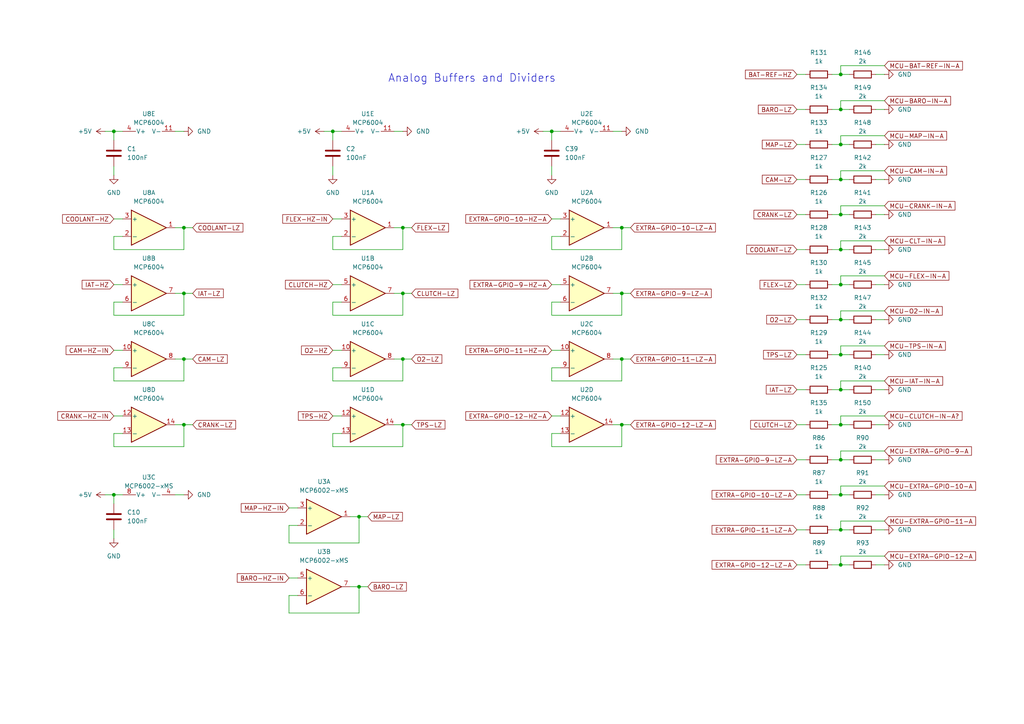
<source format=kicad_sch>
(kicad_sch (version 20250114) (generator "eeschema") (generator_version "9.0")
  (paper "A4")
  (lib_symbols
    (symbol "Amplifier_Operational:MCP6002-xMS" (pin_names (offset 0.127))
      (property "Reference" "U" (at 0 5.08 0))
      (property "Value" "MCP6002-xMS" (at 0 -5.08 0))
      (symbol "MCP6002-xMS_1_1"
        (polyline (pts (xy -5.08 5.08) (xy 5.08 0) (xy -5.08 -5.08) (xy -5.08 5.08)) (stroke (width 0.254)) (fill (type background)))
        (pin input line (at -7.62 2.54 0) (length 2.54) (name "+") (number "3"))
        (pin input line (at -7.62 -2.54 0) (length 2.54) (name "-") (number "2"))
        (pin output line (at 7.62 0 180) (length 2.54) (name "~") (number "1"))
      )
      (symbol "MCP6002-xMS_2_1"
        (polyline (pts (xy -5.08 5.08) (xy 5.08 0) (xy -5.08 -5.08) (xy -5.08 5.08)) (stroke (width 0.254)) (fill (type background)))
        (pin input line (at -7.62 2.54 0) (length 2.54) (name "+") (number "5"))
        (pin input line (at -7.62 -2.54 0) (length 2.54) (name "-") (number "6"))
        (pin output line (at 7.62 0 180) (length 2.54) (name "~") (number "7"))
      )
      (symbol "MCP6002-xMS_3_1"
        (pin power_in line (at -2.54 7.62 270) (length 3.81) (name "V+") (number "8"))
        (pin power_in line (at -2.54 -7.62 90) (length 3.81) (name "V-") (number "4"))
      )
    )
    (symbol "Amplifier_Operational:MCP6004" (pin_names (offset 0.127))
      (property "Reference" "U" (at 0 5.08 0))
      (property "Value" "MCP6004" (at 0 -5.08 0))
      (symbol "MCP6004_1_1"
        (polyline (pts (xy -5.08 5.08) (xy 5.08 0) (xy -5.08 -5.08) (xy -5.08 5.08)) (stroke (width 0.254)) (fill (type background)))
        (pin input line (at -7.62 2.54 0) (length 2.54) (name "+") (number "3"))
        (pin input line (at -7.62 -2.54 0) (length 2.54) (name "-") (number "2"))
        (pin output line (at 7.62 0 180) (length 2.54) (name "~") (number "1"))
      )
      (symbol "MCP6004_2_1"
        (polyline (pts (xy -5.08 5.08) (xy 5.08 0) (xy -5.08 -5.08) (xy -5.08 5.08)) (stroke (width 0.254)) (fill (type background)))
        (pin input line (at -7.62 2.54 0) (length 2.54) (name "+") (number "5"))
        (pin input line (at -7.62 -2.54 0) (length 2.54) (name "-") (number "6"))
        (pin output line (at 7.62 0 180) (length 2.54) (name "~") (number "7"))
      )
      (symbol "MCP6004_3_1"
        (polyline (pts (xy -5.08 5.08) (xy 5.08 0) (xy -5.08 -5.08) (xy -5.08 5.08)) (stroke (width 0.254)) (fill (type background)))
        (pin input line (at -7.62 2.54 0) (length 2.54) (name "+") (number "10"))
        (pin input line (at -7.62 -2.54 0) (length 2.54) (name "-") (number "9"))
        (pin output line (at 7.62 0 180) (length 2.54) (name "~") (number "8"))
      )
      (symbol "MCP6004_4_1"
        (polyline (pts (xy -5.08 5.08) (xy 5.08 0) (xy -5.08 -5.08) (xy -5.08 5.08)) (stroke (width 0.254)) (fill (type background)))
        (pin input line (at -7.62 2.54 0) (length 2.54) (name "+") (number "12"))
        (pin input line (at -7.62 -2.54 0) (length 2.54) (name "-") (number "13"))
        (pin output line (at 7.62 0 180) (length 2.54) (name "~") (number "14"))
      )
      (symbol "MCP6004_5_1"
        (pin power_in line (at -2.54 7.62 270) (length 3.81) (name "V+") (number "4"))
        (pin power_in line (at -2.54 -7.62 90) (length 3.81) (name "V-") (number "11"))
      )
    )
    (symbol "Device:C" (pin_numbers (hide yes)) (pin_names (offset 0.254))
      (property "Reference" "C" (at 0.635 2.54 0))
      (property "Value" "C" (at 0.635 -2.54 0))
      (symbol "C_0_1"
        (polyline (pts (xy -2.032 0.762) (xy 2.032 0.762)) (stroke (width 0.508)))
        (polyline (pts (xy -2.032 -0.762) (xy 2.032 -0.762)) (stroke (width 0.508)))
      )
      (symbol "C_1_1"
        (pin passive line (at 0 3.81 270) (length 2.794) (name "~") (number "1"))
        (pin passive line (at 0 -3.81 90) (length 2.794) (name "~") (number "2"))
      )
    )
    (symbol "Device:R" (pin_numbers (hide yes)) (pin_names (offset 0))
      (property "Reference" "R" (at 2.032 0 90))
      (property "Value" "R" (at 0 0 90))
      (symbol "R_0_1"
        (rectangle (start -1.016 -2.54) (end 1.016 2.54) (stroke (width 0.254)))
      )
      (symbol "R_1_1"
        (pin passive line (at 0 3.81 270) (length 1.27) (name "~") (number "1"))
        (pin passive line (at 0 -3.81 90) (length 1.27) (name "~") (number "2"))
      )
    )
    (symbol "power:+5V" (power) (pin_numbers (hide yes)) (pin_names (offset 0) (hide yes))
      (property "Value" "+5V" (at 0 3.556 0))
      (symbol "+5V_0_1"
        (polyline (pts (xy -0.762 1.27) (xy 0 2.54)))
        (polyline (pts (xy 0 2.54) (xy 0.762 1.27)))
        (polyline (pts (xy 0 0) (xy 0 2.54)))
      )
      (symbol "+5V_1_1"
        (pin power_in line (at 0 0 90) (length 0) (name "~") (number "1"))
      )
    )
    (symbol "power:GND" (power) (pin_numbers (hide yes)) (pin_names (offset 0) (hide yes))
      (property "Value" "GND" (at 0 -3.81 0))
      (symbol "GND_0_1"
        (polyline (pts (xy 0 0) (xy 0 -1.27) (xy 1.27 -1.27) (xy 0 -2.54) (xy -1.27 -1.27) (xy 0 -1.27)))
      )
      (symbol "GND_1_1"
        (pin power_in line (at 0 0 270) (length 0) (name "~") (number "1"))
      )
    )
  )
  (text "Analog Buffers and Dividers" (at 112.522 24.13 0) (effects (font (size 2.286 2.286)) (justify left bottom)))
  (junction (at 243.84 163.83))
  (junction (at 243.84 92.71))
  (junction (at 243.84 41.91))
  (junction (at 243.84 82.55))
  (junction (at 243.84 72.39))
  (junction (at 243.84 31.75))
  (junction (at 243.84 153.67))
  (junction (at 116.84 66.04))
  (junction (at 243.84 113.03))
  (junction (at 53.34 85.09))
  (junction (at 104.14 170.18))
  (junction (at 243.84 21.59))
  (junction (at 104.14 149.86))
  (junction (at 96.52 38.1))
  (junction (at 53.34 66.04))
  (junction (at 180.34 66.04))
  (junction (at 243.84 102.87))
  (junction (at 180.34 85.09))
  (junction (at 33.02 143.51))
  (junction (at 116.84 85.09))
  (junction (at 243.84 52.07))
  (junction (at 116.84 104.14))
  (junction (at 53.34 123.19))
  (junction (at 160.02 38.1))
  (junction (at 243.84 123.19))
  (junction (at 116.84 123.19))
  (junction (at 53.34 104.14))
  (junction (at 180.34 123.19))
  (junction (at 243.84 133.35))
  (junction (at 33.02 38.1))
  (junction (at 243.84 143.51))
  (junction (at 243.84 62.23))
  (junction (at 180.34 104.14))
  (wire (pts (xy 243.84 140.97) (xy 243.84 143.51)))
  (wire (pts (xy 53.34 91.44) (xy 33.02 91.44)))
  (wire (pts (xy 116.84 123.19) (xy 119.38 123.19)))
  (wire (pts (xy 243.84 120.65) (xy 256.54 120.65)))
  (wire (pts (xy 243.84 31.75) (xy 246.38 31.75)))
  (wire (pts (xy 33.02 143.51) (xy 33.02 146.05)))
  (wire (pts (xy 256.54 80.01) (xy 243.84 80.01)))
  (wire (pts (xy 160.02 106.68) (xy 162.56 106.68)))
  (wire (pts (xy 243.84 133.35) (xy 246.38 133.35)))
  (wire (pts (xy 104.14 149.86) (xy 101.6 149.86)))
  (wire (pts (xy 160.02 120.65) (xy 162.56 120.65)))
  (wire (pts (xy 33.02 110.49) (xy 33.02 106.68)))
  (wire (pts (xy 86.36 172.72) (xy 83.82 172.72)))
  (wire (pts (xy 231.14 102.87) (xy 233.68 102.87)))
  (wire (pts (xy 33.02 143.51) (xy 35.56 143.51)))
  (wire (pts (xy 116.84 85.09) (xy 116.84 91.44)))
  (wire (pts (xy 254 113.03) (xy 256.54 113.03)))
  (wire (pts (xy 256.54 90.17) (xy 243.84 90.17)))
  (wire (pts (xy 231.14 133.35) (xy 233.68 133.35)))
  (wire (pts (xy 243.84 59.69) (xy 256.54 59.69)))
  (wire (pts (xy 241.3 52.07) (xy 243.84 52.07)))
  (wire (pts (xy 254 62.23) (xy 256.54 62.23)))
  (wire (pts (xy 96.52 91.44) (xy 96.52 87.63)))
  (wire (pts (xy 33.02 38.1) (xy 33.02 40.64)))
  (wire (pts (xy 53.34 85.09) (xy 55.88 85.09)))
  (wire (pts (xy 114.3 38.1) (xy 116.84 38.1)))
  (wire (pts (xy 83.82 157.48) (xy 104.14 157.48)))
  (wire (pts (xy 114.3 85.09) (xy 116.84 85.09)))
  (wire (pts (xy 96.52 87.63) (xy 99.06 87.63)))
  (wire (pts (xy 96.52 120.65) (xy 99.06 120.65)))
  (wire (pts (xy 254 41.91) (xy 256.54 41.91)))
  (wire (pts (xy 241.3 153.67) (xy 243.84 153.67)))
  (wire (pts (xy 157.48 38.1) (xy 160.02 38.1)))
  (wire (pts (xy 33.02 38.1) (xy 35.56 38.1)))
  (wire (pts (xy 96.52 63.5) (xy 99.06 63.5)))
  (wire (pts (xy 180.34 123.19) (xy 180.34 129.54)))
  (wire (pts (xy 83.82 172.72) (xy 83.82 177.8)))
  (wire (pts (xy 254 92.71) (xy 256.54 92.71)))
  (wire (pts (xy 180.34 104.14) (xy 180.34 110.49)))
  (wire (pts (xy 50.8 143.51) (xy 53.34 143.51)))
  (wire (pts (xy 231.14 82.55) (xy 233.68 82.55)))
  (wire (pts (xy 53.34 104.14) (xy 53.34 110.49)))
  (wire (pts (xy 254 72.39) (xy 256.54 72.39)))
  (wire (pts (xy 241.3 72.39) (xy 243.84 72.39)))
  (wire (pts (xy 180.34 129.54) (xy 160.02 129.54)))
  (wire (pts (xy 241.3 163.83) (xy 243.84 163.83)))
  (wire (pts (xy 116.84 91.44) (xy 96.52 91.44)))
  (wire (pts (xy 160.02 48.26) (xy 160.02 50.8)))
  (wire (pts (xy 86.36 152.4) (xy 83.82 152.4)))
  (wire (pts (xy 96.52 72.39) (xy 96.52 68.58)))
  (wire (pts (xy 231.14 123.19) (xy 233.68 123.19)))
  (wire (pts (xy 160.02 101.6) (xy 162.56 101.6)))
  (wire (pts (xy 160.02 129.54) (xy 160.02 125.73)))
  (wire (pts (xy 53.34 123.19) (xy 55.88 123.19)))
  (wire (pts (xy 243.84 140.97) (xy 256.54 140.97)))
  (wire (pts (xy 96.52 68.58) (xy 99.06 68.58)))
  (wire (pts (xy 104.14 170.18) (xy 106.68 170.18)))
  (wire (pts (xy 33.02 120.65) (xy 35.56 120.65)))
  (wire (pts (xy 96.52 125.73) (xy 99.06 125.73)))
  (wire (pts (xy 53.34 123.19) (xy 53.34 129.54)))
  (wire (pts (xy 243.84 92.71) (xy 246.38 92.71)))
  (wire (pts (xy 254 133.35) (xy 256.54 133.35)))
  (wire (pts (xy 50.8 104.14) (xy 53.34 104.14)))
  (wire (pts (xy 254 153.67) (xy 256.54 153.67)))
  (wire (pts (xy 53.34 66.04) (xy 55.88 66.04)))
  (wire (pts (xy 114.3 104.14) (xy 116.84 104.14)))
  (wire (pts (xy 180.34 123.19) (xy 182.88 123.19)))
  (wire (pts (xy 160.02 38.1) (xy 162.56 38.1)))
  (wire (pts (xy 83.82 167.64) (xy 86.36 167.64)))
  (wire (pts (xy 96.52 82.55) (xy 99.06 82.55)))
  (wire (pts (xy 254 52.07) (xy 256.54 52.07)))
  (wire (pts (xy 33.02 101.6) (xy 35.56 101.6)))
  (wire (pts (xy 243.84 39.37) (xy 256.54 39.37)))
  (wire (pts (xy 33.02 125.73) (xy 35.56 125.73)))
  (wire (pts (xy 160.02 72.39) (xy 160.02 68.58)))
  (wire (pts (xy 96.52 106.68) (xy 99.06 106.68)))
  (wire (pts (xy 243.84 120.65) (xy 243.84 123.19)))
  (wire (pts (xy 30.48 38.1) (xy 33.02 38.1)))
  (wire (pts (xy 243.84 82.55) (xy 246.38 82.55)))
  (wire (pts (xy 243.84 102.87) (xy 246.38 102.87)))
  (wire (pts (xy 243.84 69.85) (xy 256.54 69.85)))
  (wire (pts (xy 241.3 41.91) (xy 243.84 41.91)))
  (wire (pts (xy 241.3 123.19) (xy 243.84 123.19)))
  (wire (pts (xy 180.34 110.49) (xy 160.02 110.49)))
  (wire (pts (xy 243.84 100.33) (xy 243.84 102.87)))
  (wire (pts (xy 116.84 123.19) (xy 116.84 129.54)))
  (wire (pts (xy 50.8 38.1) (xy 53.34 38.1)))
  (wire (pts (xy 254 143.51) (xy 256.54 143.51)))
  (wire (pts (xy 180.34 91.44) (xy 160.02 91.44)))
  (wire (pts (xy 104.14 157.48) (xy 104.14 149.86)))
  (wire (pts (xy 53.34 110.49) (xy 33.02 110.49)))
  (wire (pts (xy 33.02 87.63) (xy 35.56 87.63)))
  (wire (pts (xy 243.84 52.07) (xy 246.38 52.07)))
  (wire (pts (xy 243.84 39.37) (xy 243.84 41.91)))
  (wire (pts (xy 256.54 130.81) (xy 243.84 130.81)))
  (wire (pts (xy 256.54 49.53) (xy 243.84 49.53)))
  (wire (pts (xy 243.84 161.29) (xy 256.54 161.29)))
  (wire (pts (xy 96.52 101.6) (xy 99.06 101.6)))
  (wire (pts (xy 180.34 72.39) (xy 160.02 72.39)))
  (wire (pts (xy 243.84 110.49) (xy 243.84 113.03)))
  (wire (pts (xy 160.02 68.58) (xy 162.56 68.58)))
  (wire (pts (xy 254 102.87) (xy 256.54 102.87)))
  (wire (pts (xy 33.02 153.67) (xy 33.02 156.21)))
  (wire (pts (xy 241.3 133.35) (xy 243.84 133.35)))
  (wire (pts (xy 33.02 68.58) (xy 33.02 72.39)))
  (wire (pts (xy 114.3 123.19) (xy 116.84 123.19)))
  (wire (pts (xy 243.84 29.21) (xy 243.84 31.75)))
  (wire (pts (xy 33.02 106.68) (xy 35.56 106.68)))
  (wire (pts (xy 254 123.19) (xy 256.54 123.19)))
  (wire (pts (xy 83.82 177.8) (xy 104.14 177.8)))
  (wire (pts (xy 33.02 72.39) (xy 53.34 72.39)))
  (wire (pts (xy 243.84 163.83) (xy 246.38 163.83)))
  (wire (pts (xy 160.02 91.44) (xy 160.02 87.63)))
  (wire (pts (xy 160.02 87.63) (xy 162.56 87.63)))
  (wire (pts (xy 33.02 91.44) (xy 33.02 87.63)))
  (wire (pts (xy 243.84 62.23) (xy 246.38 62.23)))
  (wire (pts (xy 116.84 110.49) (xy 96.52 110.49)))
  (wire (pts (xy 243.84 130.81) (xy 243.84 133.35)))
  (wire (pts (xy 177.8 123.19) (xy 180.34 123.19)))
  (wire (pts (xy 231.14 52.07) (xy 233.68 52.07)))
  (wire (pts (xy 243.84 19.05) (xy 243.84 21.59)))
  (wire (pts (xy 180.34 85.09) (xy 180.34 91.44)))
  (wire (pts (xy 116.84 104.14) (xy 116.84 110.49)))
  (wire (pts (xy 180.34 66.04) (xy 182.88 66.04)))
  (wire (pts (xy 96.52 48.26) (xy 96.52 50.8)))
  (wire (pts (xy 254 31.75) (xy 256.54 31.75)))
  (wire (pts (xy 256.54 110.49) (xy 243.84 110.49)))
  (wire (pts (xy 241.3 143.51) (xy 243.84 143.51)))
  (wire (pts (xy 231.14 163.83) (xy 233.68 163.83)))
  (wire (pts (xy 254 163.83) (xy 256.54 163.83)))
  (wire (pts (xy 83.82 147.32) (xy 86.36 147.32)))
  (wire (pts (xy 177.8 85.09) (xy 180.34 85.09)))
  (wire (pts (xy 33.02 129.54) (xy 33.02 125.73)))
  (wire (pts (xy 104.14 177.8) (xy 104.14 170.18)))
  (wire (pts (xy 53.34 129.54) (xy 33.02 129.54)))
  (wire (pts (xy 231.14 113.03) (xy 233.68 113.03)))
  (wire (pts (xy 180.34 66.04) (xy 180.34 72.39)))
  (wire (pts (xy 243.84 143.51) (xy 246.38 143.51)))
  (wire (pts (xy 243.84 151.13) (xy 243.84 153.67)))
  (wire (pts (xy 241.3 102.87) (xy 243.84 102.87)))
  (wire (pts (xy 243.84 80.01) (xy 243.84 82.55)))
  (wire (pts (xy 116.84 85.09) (xy 119.38 85.09)))
  (wire (pts (xy 160.02 82.55) (xy 162.56 82.55)))
  (wire (pts (xy 114.3 66.04) (xy 116.84 66.04)))
  (wire (pts (xy 243.84 49.53) (xy 243.84 52.07)))
  (wire (pts (xy 96.52 38.1) (xy 99.06 38.1)))
  (wire (pts (xy 33.02 63.5) (xy 35.56 63.5)))
  (wire (pts (xy 243.84 100.33) (xy 256.54 100.33)))
  (wire (pts (xy 231.14 31.75) (xy 233.68 31.75)))
  (wire (pts (xy 241.3 31.75) (xy 243.84 31.75)))
  (wire (pts (xy 35.56 68.58) (xy 33.02 68.58)))
  (wire (pts (xy 243.84 72.39) (xy 246.38 72.39)))
  (wire (pts (xy 241.3 92.71) (xy 243.84 92.71)))
  (wire (pts (xy 254 82.55) (xy 256.54 82.55)))
  (wire (pts (xy 243.84 90.17) (xy 243.84 92.71)))
  (wire (pts (xy 241.3 62.23) (xy 243.84 62.23)))
  (wire (pts (xy 254 21.59) (xy 256.54 21.59)))
  (wire (pts (xy 177.8 66.04) (xy 180.34 66.04)))
  (wire (pts (xy 180.34 104.14) (xy 182.88 104.14)))
  (wire (pts (xy 241.3 82.55) (xy 243.84 82.55)))
  (wire (pts (xy 160.02 38.1) (xy 160.02 40.64)))
  (wire (pts (xy 50.8 123.19) (xy 53.34 123.19)))
  (wire (pts (xy 116.84 129.54) (xy 96.52 129.54)))
  (wire (pts (xy 256.54 19.05) (xy 243.84 19.05)))
  (wire (pts (xy 243.84 69.85) (xy 243.84 72.39)))
  (wire (pts (xy 177.8 38.1) (xy 180.34 38.1)))
  (wire (pts (xy 53.34 104.14) (xy 55.88 104.14)))
  (wire (pts (xy 160.02 125.73) (xy 162.56 125.73)))
  (wire (pts (xy 33.02 82.55) (xy 35.56 82.55)))
  (wire (pts (xy 160.02 63.5) (xy 162.56 63.5)))
  (wire (pts (xy 243.84 21.59) (xy 246.38 21.59)))
  (wire (pts (xy 104.14 149.86) (xy 106.68 149.86)))
  (wire (pts (xy 243.84 151.13) (xy 256.54 151.13)))
  (wire (pts (xy 104.14 170.18) (xy 101.6 170.18)))
  (wire (pts (xy 243.84 113.03) (xy 246.38 113.03)))
  (wire (pts (xy 50.8 85.09) (xy 53.34 85.09)))
  (wire (pts (xy 231.14 62.23) (xy 233.68 62.23)))
  (wire (pts (xy 30.48 143.51) (xy 33.02 143.51)))
  (wire (pts (xy 83.82 152.4) (xy 83.82 157.48)))
  (wire (pts (xy 231.14 92.71) (xy 233.68 92.71)))
  (wire (pts (xy 116.84 104.14) (xy 119.38 104.14)))
  (wire (pts (xy 243.84 59.69) (xy 243.84 62.23)))
  (wire (pts (xy 53.34 72.39) (xy 53.34 66.04)))
  (wire (pts (xy 231.14 143.51) (xy 233.68 143.51)))
  (wire (pts (xy 96.52 38.1) (xy 96.52 40.64)))
  (wire (pts (xy 177.8 104.14) (xy 180.34 104.14)))
  (wire (pts (xy 33.02 48.26) (xy 33.02 50.8)))
  (wire (pts (xy 243.84 161.29) (xy 243.84 163.83)))
  (wire (pts (xy 241.3 113.03) (xy 243.84 113.03)))
  (wire (pts (xy 116.84 72.39) (xy 96.52 72.39)))
  (wire (pts (xy 116.84 66.04) (xy 116.84 72.39)))
  (wire (pts (xy 231.14 21.59) (xy 233.68 21.59)))
  (wire (pts (xy 243.84 29.21) (xy 256.54 29.21)))
  (wire (pts (xy 160.02 110.49) (xy 160.02 106.68)))
  (wire (pts (xy 243.84 41.91) (xy 246.38 41.91)))
  (wire (pts (xy 231.14 153.67) (xy 233.68 153.67)))
  (wire (pts (xy 93.98 38.1) (xy 96.52 38.1)))
  (wire (pts (xy 96.52 110.49) (xy 96.52 106.68)))
  (wire (pts (xy 116.84 66.04) (xy 119.38 66.04)))
  (wire (pts (xy 53.34 66.04) (xy 50.8 66.04)))
  (wire (pts (xy 243.84 153.67) (xy 246.38 153.67)))
  (wire (pts (xy 243.84 123.19) (xy 246.38 123.19)))
  (wire (pts (xy 241.3 21.59) (xy 243.84 21.59)))
  (wire (pts (xy 231.14 41.91) (xy 233.68 41.91)))
  (wire (pts (xy 96.52 125.73) (xy 96.52 129.54)))
  (wire (pts (xy 231.14 72.39) (xy 233.68 72.39)))
  (wire (pts (xy 53.34 85.09) (xy 53.34 91.44)))
  (wire (pts (xy 180.34 85.09) (xy 182.88 85.09)))
  (global_label "O2-LZ" (shape input) (at 231.14 92.71 180) (property "Intersheetrefs" "${INTERSHEET_REFS}" (effects (hide yes))))
  (global_label "COOLANT-LZ" (shape input) (at 55.88 66.04 0) (property "Intersheetrefs" "${INTERSHEET_REFS}" (effects (hide yes))))
  (global_label "MCU-CRANK-IN-A" (shape input) (at 256.54 59.69 0) (property "Intersheetrefs" "${INTERSHEET_REFS}" (effects (hide yes))))
  (global_label "MCU-TPS-IN-A" (shape input) (at 256.54 100.33 0) (property "Intersheetrefs" "${INTERSHEET_REFS}" (effects (hide yes))))
  (global_label "CLUTCH-HZ" (shape input) (at 96.52 82.55 180) (property "Intersheetrefs" "${INTERSHEET_REFS}" (effects (hide yes))))
  (global_label "BAT-REF-HZ" (shape input) (at 231.14 21.59 180) (property "Intersheetrefs" "${INTERSHEET_REFS}" (effects (hide yes))))
  (global_label "EXTRA-GPIO-11-LZ-A" (shape input) (at 231.14 153.67 180) (property "Intersheetrefs" "${INTERSHEET_REFS}" (effects (hide yes))))
  (global_label "CRANK-LZ" (shape input) (at 55.88 123.19 0) (property "Intersheetrefs" "${INTERSHEET_REFS}" (effects (hide yes))))
  (global_label "CRANK-LZ" (shape input) (at 231.14 62.23 180) (property "Intersheetrefs" "${INTERSHEET_REFS}" (effects (hide yes))))
  (global_label "EXTRA-GPIO-11-LZ-A" (shape input) (at 182.88 104.14 0) (property "Intersheetrefs" "${INTERSHEET_REFS}" (effects (hide yes))))
  (global_label "EXTRA-GPIO-12-LZ-A" (shape input) (at 231.14 163.83 180) (property "Intersheetrefs" "${INTERSHEET_REFS}" (effects (hide yes))))
  (global_label "CAM-HZ-IN" (shape input) (at 33.02 101.6 180) (property "Intersheetrefs" "${INTERSHEET_REFS}" (effects (hide yes))))
  (global_label "EXTRA-GPIO-9-LZ-A" (shape input) (at 182.88 85.09 0) (property "Intersheetrefs" "${INTERSHEET_REFS}" (effects (hide yes))))
  (global_label "MAP-LZ" (shape input) (at 106.68 149.86 0) (property "Intersheetrefs" "${INTERSHEET_REFS}" (effects (hide yes))))
  (global_label "FLEX-LZ" (shape input) (at 119.38 66.04 0) (property "Intersheetrefs" "${INTERSHEET_REFS}" (effects (hide yes))))
  (global_label "MCU-EXTRA-GPIO-10-A" (shape input) (at 256.54 140.97 0) (property "Intersheetrefs" "${INTERSHEET_REFS}" (effects (hide yes))))
  (global_label "TPS-HZ" (shape input) (at 96.52 120.65 180) (property "Intersheetrefs" "${INTERSHEET_REFS}" (effects (hide yes))))
  (global_label "CRANK-HZ-IN" (shape input) (at 33.02 120.65 180) (property "Intersheetrefs" "${INTERSHEET_REFS}" (effects (hide yes))))
  (global_label "MCU-CLT-IN-A" (shape input) (at 256.54 69.85 0) (property "Intersheetrefs" "${INTERSHEET_REFS}" (effects (hide yes))))
  (global_label "MCU-CLUTCH-IN-A?" (shape input) (at 256.54 120.65 0) (property "Intersheetrefs" "${INTERSHEET_REFS}" (effects (hide yes))))
  (global_label "MCU-BAT-REF-IN-A" (shape input) (at 256.54 19.05 0) (property "Intersheetrefs" "${INTERSHEET_REFS}" (effects (hide yes))))
  (global_label "MCU-O2-IN-A" (shape input) (at 256.54 90.17 0) (property "Intersheetrefs" "${INTERSHEET_REFS}" (effects (hide yes))))
  (global_label "BARO-HZ-IN" (shape input) (at 83.82 167.64 180) (property "Intersheetrefs" "${INTERSHEET_REFS}" (effects (hide yes))))
  (global_label "BARO-LZ" (shape input) (at 106.68 170.18 0) (property "Intersheetrefs" "${INTERSHEET_REFS}" (effects (hide yes))))
  (global_label "MCU-EXTRA-GPIO-11-A" (shape input) (at 256.54 151.13 0) (property "Intersheetrefs" "${INTERSHEET_REFS}" (effects (hide yes))))
  (global_label "MCU-BARO-IN-A" (shape input) (at 256.54 29.21 0) (property "Intersheetrefs" "${INTERSHEET_REFS}" (effects (hide yes))))
  (global_label "MCU-IAT-IN-A" (shape input) (at 256.54 110.49 0) (property "Intersheetrefs" "${INTERSHEET_REFS}" (effects (hide yes))))
  (global_label "MCU-EXTRA-GPIO-9-A" (shape input) (at 256.54 130.81 0) (property "Intersheetrefs" "${INTERSHEET_REFS}" (effects (hide yes))))
  (global_label "FLEX-HZ-IN" (shape input) (at 96.52 63.5 180) (property "Intersheetrefs" "${INTERSHEET_REFS}" (effects (hide yes))))
  (global_label "EXTRA-GPIO-12-HZ-A" (shape input) (at 160.02 120.65 180) (property "Intersheetrefs" "${INTERSHEET_REFS}" (effects (hide yes))))
  (global_label "MAP-LZ" (shape input) (at 231.14 41.91 180) (property "Intersheetrefs" "${INTERSHEET_REFS}" (effects (hide yes))))
  (global_label "EXTRA-GPIO-9-LZ-A" (shape input) (at 231.14 133.35 180) (property "Intersheetrefs" "${INTERSHEET_REFS}" (effects (hide yes))))
  (global_label "MCU-EXTRA-GPIO-12-A" (shape input) (at 256.54 161.29 0) (property "Intersheetrefs" "${INTERSHEET_REFS}" (effects (hide yes))))
  (global_label "COOLANT-LZ" (shape input) (at 231.14 72.39 180) (property "Intersheetrefs" "${INTERSHEET_REFS}" (effects (hide yes))))
  (global_label "TPS-LZ" (shape input) (at 119.38 123.19 0) (property "Intersheetrefs" "${INTERSHEET_REFS}" (effects (hide yes))))
  (global_label "EXTRA-GPIO-10-HZ-A" (shape input) (at 160.02 63.5 180) (property "Intersheetrefs" "${INTERSHEET_REFS}" (effects (hide yes))))
  (global_label "FLEX-LZ" (shape input) (at 231.14 82.55 180) (property "Intersheetrefs" "${INTERSHEET_REFS}" (effects (hide yes))))
  (global_label "CAM-LZ" (shape input) (at 55.88 104.14 0) (property "Intersheetrefs" "${INTERSHEET_REFS}" (effects (hide yes))))
  (global_label "CLUTCH-LZ" (shape input) (at 231.14 123.19 180) (property "Intersheetrefs" "${INTERSHEET_REFS}" (effects (hide yes))))
  (global_label "EXTRA-GPIO-10-LZ-A" (shape input) (at 182.88 66.04 0) (property "Intersheetrefs" "${INTERSHEET_REFS}" (effects (hide yes))))
  (global_label "IAT-LZ" (shape input) (at 55.88 85.09 0) (property "Intersheetrefs" "${INTERSHEET_REFS}" (effects (hide yes))))
  (global_label "COOLANT-HZ" (shape input) (at 33.02 63.5 180) (property "Intersheetrefs" "${INTERSHEET_REFS}" (effects (hide yes))))
  (global_label "CLUTCH-LZ" (shape input) (at 119.38 85.09 0) (property "Intersheetrefs" "${INTERSHEET_REFS}" (effects (hide yes))))
  (global_label "MCU-FLEX-IN-A" (shape input) (at 256.54 80.01 0) (property "Intersheetrefs" "${INTERSHEET_REFS}" (effects (hide yes))))
  (global_label "O2-LZ" (shape input) (at 119.38 104.14 0) (property "Intersheetrefs" "${INTERSHEET_REFS}" (effects (hide yes))))
  (global_label "BARO-LZ" (shape input) (at 231.14 31.75 180) (property "Intersheetrefs" "${INTERSHEET_REFS}" (effects (hide yes))))
  (global_label "EXTRA-GPIO-9-HZ-A" (shape input) (at 160.02 82.55 180) (property "Intersheetrefs" "${INTERSHEET_REFS}" (effects (hide yes))))
  (global_label "MCU-MAP-IN-A" (shape input) (at 256.54 39.37 0) (property "Intersheetrefs" "${INTERSHEET_REFS}" (effects (hide yes))))
  (global_label "MCU-CAM-IN-A" (shape input) (at 256.54 49.53 0) (property "Intersheetrefs" "${INTERSHEET_REFS}" (effects (hide yes))))
  (global_label "IAT-LZ" (shape input) (at 231.14 113.03 180) (property "Intersheetrefs" "${INTERSHEET_REFS}" (effects (hide yes))))
  (global_label "EXTRA-GPIO-11-HZ-A" (shape input) (at 160.02 101.6 180) (property "Intersheetrefs" "${INTERSHEET_REFS}" (effects (hide yes))))
  (global_label "IAT-HZ" (shape input) (at 33.02 82.55 180) (property "Intersheetrefs" "${INTERSHEET_REFS}" (effects (hide yes))))
  (global_label "MAP-HZ-IN" (shape input) (at 83.82 147.32 180) (property "Intersheetrefs" "${INTERSHEET_REFS}" (effects (hide yes))))
  (global_label "O2-HZ" (shape input) (at 96.52 101.6 180) (property "Intersheetrefs" "${INTERSHEET_REFS}" (effects (hide yes))))
  (global_label "EXTRA-GPIO-12-LZ-A" (shape input) (at 182.88 123.19 0) (property "Intersheetrefs" "${INTERSHEET_REFS}" (effects (hide yes))))
  (global_label "TPS-LZ" (shape input) (at 231.14 102.87 180) (property "Intersheetrefs" "${INTERSHEET_REFS}" (effects (hide yes))))
  (global_label "CAM-LZ" (shape input) (at 231.14 52.07 180) (property "Intersheetrefs" "${INTERSHEET_REFS}" (effects (hide yes))))
  (global_label "EXTRA-GPIO-10-LZ-A" (shape input) (at 231.14 143.51 180) (property "Intersheetrefs" "${INTERSHEET_REFS}" (effects (hide yes))))
  (symbol (lib_id "power:GND") (at 256.54 52.07 90) (unit 1)
    (property "Reference" "#PWR064" (effects (hide yes)))
    (property "Value" "GND" (at 260.35 52.0699 90) (effects (justify right)))
    (property "Description" "Power symbol creates a global label with name \"GND\" , ground" (effects (hide yes)))
  )
  (symbol (lib_id "Amplifier_Operational:MCP6002-xMS") (at 93.98 149.86 0) (unit 1)
    (property "Reference" "U3" (at 93.98 139.7 0))
    (property "Value" "MCP6002-xMS" (at 93.98 142.24 0))
    (property "Footprint" "Package_SO:TSSOP-8_4.4x3mm_P0.65mm" (effects (hide yes)))
    (property "Datasheet" "http://ww1.microchip.com/downloads/en/DeviceDoc/21733j.pdf" (effects (hide yes)))
    (property "Description" "1MHz, Low-Power Op Amp, MSOP-8" (effects (hide yes)))
  )
  (symbol (lib_id "power:GND") (at 256.54 62.23 90) (unit 1)
    (property "Reference" "#PWR063" (effects (hide yes)))
    (property "Value" "GND" (at 260.35 62.2299 90) (effects (justify right)))
    (property "Description" "Power symbol creates a global label with name \"GND\" , ground" (effects (hide yes)))
  )
  (symbol (lib_id "Amplifier_Operational:MCP6004") (at 170.18 85.09 0) (unit 2)
    (property "Reference" "U2" (at 170.18 74.93 0))
    (property "Value" "MCP6004" (at 170.18 77.47 0))
    (property "Footprint" "Package_SO:TSSOP-14_4.4x5mm_P0.65mm" (effects (hide yes)))
    (property "Datasheet" "http://ww1.microchip.com/downloads/en/DeviceDoc/21733j.pdf" (effects (hide yes)))
    (property "Description" "1MHz, Low-Power Op Amp, DIP-14/SOIC-14/TSSOP-14" (effects (hide yes)))
  )
  (symbol (lib_id "power:+5V") (at 30.48 38.1 90) (unit 1)
    (property "Reference" "#PWR011" (effects (hide yes)))
    (property "Value" "+5V" (at 26.67 38.0999 90) (effects (justify left)))
    (property "Description" "Power symbol creates a global label with name \"+5V\"" (effects (hide yes)))
  )
  (symbol (lib_id "power:GND") (at 256.54 102.87 90) (unit 1)
    (property "Reference" "#PWR066" (effects (hide yes)))
    (property "Value" "GND" (at 260.35 102.8699 90) (effects (justify right)))
    (property "Description" "Power symbol creates a global label with name \"GND\" , ground" (effects (hide yes)))
  )
  (symbol (lib_id "power:+5V") (at 30.48 143.51 90) (unit 1)
    (property "Reference" "#PWR028" (effects (hide yes)))
    (property "Value" "+5V" (at 26.67 143.5099 90) (effects (justify left)))
    (property "Description" "Power symbol creates a global label with name \"+5V\"" (effects (hide yes)))
  )
  (symbol (lib_id "Amplifier_Operational:MCP6004") (at 170.18 35.56 90) (unit 5)
    (property "Reference" "U2" (at 170.18 33.02 90))
    (property "Value" "MCP6004" (at 170.18 35.56 90))
    (property "Footprint" "Package_SO:TSSOP-14_4.4x5mm_P0.65mm" (effects (hide yes)))
    (property "Datasheet" "http://ww1.microchip.com/downloads/en/DeviceDoc/21733j.pdf" (effects (hide yes)))
    (property "Description" "1MHz, Low-Power Op Amp, DIP-14/SOIC-14/TSSOP-14" (effects (hide yes)))
  )
  (symbol (lib_id "power:GND") (at 256.54 72.39 90) (unit 1)
    (property "Reference" "#PWR065" (effects (hide yes)))
    (property "Value" "GND" (at 260.35 72.3899 90) (effects (justify right)))
    (property "Description" "Power symbol creates a global label with name \"GND\" , ground" (effects (hide yes)))
  )
  (symbol (lib_id "Device:R") (at 250.19 31.75 90) (unit 1)
    (property "Reference" "R149" (at 250.19 25.4 90))
    (property "Value" "2k" (at 250.19 27.94 90))
    (property "Footprint" "Resistor_SMD:R_0805_2012Metric" (effects (hide yes)))
    (property "Description" "Resistor" (effects (hide yes)))
  )
  (symbol (lib_id "Amplifier_Operational:MCP6004") (at 43.18 104.14 0) (unit 3)
    (property "Reference" "U8" (at 43.18 93.98 0))
    (property "Value" "MCP6004" (at 43.18 96.52 0))
    (property "Footprint" "Package_SO:TSSOP-14_4.4x5mm_P0.65mm" (effects (hide yes)))
    (property "Datasheet" "http://ww1.microchip.com/downloads/en/DeviceDoc/21733j.pdf" (effects (hide yes)))
    (property "Description" "1MHz, Low-Power Op Amp, DIP-14/SOIC-14/TSSOP-14" (effects (hide yes)))
  )
  (symbol (lib_id "power:GND") (at 53.34 143.51 90) (unit 1)
    (property "Reference" "#PWR056" (effects (hide yes)))
    (property "Value" "GND" (at 57.15 143.5099 90) (effects (justify right)))
    (property "Description" "Power symbol creates a global label with name \"GND\" , ground" (effects (hide yes)))
  )
  (symbol (lib_id "Device:R") (at 250.19 133.35 90) (unit 1)
    (property "Reference" "R90" (at 250.19 127 90))
    (property "Value" "2k" (at 250.19 129.54 90))
    (property "Footprint" "Resistor_SMD:R_0805_2012Metric" (effects (hide yes)))
    (property "Description" "Resistor" (effects (hide yes)))
  )
  (symbol (lib_id "power:GND") (at 256.54 123.19 90) (unit 1)
    (property "Reference" "#PWR072" (effects (hide yes)))
    (property "Value" "GND" (at 260.35 123.1899 90) (effects (justify right)))
    (property "Description" "Power symbol creates a global label with name \"GND\" , ground" (effects (hide yes)))
  )
  (symbol (lib_id "power:GND") (at 256.54 41.91 90) (unit 1)
    (property "Reference" "#PWR070" (effects (hide yes)))
    (property "Value" "GND" (at 260.35 41.9099 90) (effects (justify right)))
    (property "Description" "Power symbol creates a global label with name \"GND\" , ground" (effects (hide yes)))
  )
  (symbol (lib_id "Amplifier_Operational:MCP6004") (at 106.68 123.19 0) (unit 4)
    (property "Reference" "U1" (at 106.68 113.03 0))
    (property "Value" "MCP6004" (at 106.68 115.57 0))
    (property "Footprint" "Package_SO:TSSOP-14_4.4x5mm_P0.65mm" (effects (hide yes)))
    (property "Datasheet" "http://ww1.microchip.com/downloads/en/DeviceDoc/21733j.pdf" (effects (hide yes)))
    (property "Description" "1MHz, Low-Power Op Amp, DIP-14/SOIC-14/TSSOP-14" (effects (hide yes)))
  )
  (symbol (lib_id "Amplifier_Operational:MCP6004") (at 43.18 66.04 0) (unit 1)
    (property "Reference" "U8" (at 43.18 55.88 0))
    (property "Value" "MCP6004" (at 43.18 58.42 0))
    (property "Footprint" "Package_SO:TSSOP-14_4.4x5mm_P0.65mm" (effects (hide yes)))
    (property "Datasheet" "http://ww1.microchip.com/downloads/en/DeviceDoc/21733j.pdf" (effects (hide yes)))
    (property "Description" "1MHz, Low-Power Op Amp, DIP-14/SOIC-14/TSSOP-14" (effects (hide yes)))
  )
  (symbol (lib_id "power:GND") (at 116.84 38.1 90) (unit 1)
    (property "Reference" "#PWR052" (effects (hide yes)))
    (property "Value" "GND" (at 120.65 38.0999 90) (effects (justify right)))
    (property "Description" "Power symbol creates a global label with name \"GND\" , ground" (effects (hide yes)))
  )
  (symbol (lib_id "Amplifier_Operational:MCP6002-xMS") (at 43.18 140.97 90) (unit 3)
    (property "Reference" "U3" (at 43.18 138.43 90))
    (property "Value" "MCP6002-xMS" (at 43.18 140.97 90))
    (property "Footprint" "Package_SO:TSSOP-8_4.4x3mm_P0.65mm" (effects (hide yes)))
    (property "Datasheet" "http://ww1.microchip.com/downloads/en/DeviceDoc/21733j.pdf" (effects (hide yes)))
    (property "Description" "1MHz, Low-Power Op Amp, MSOP-8" (effects (hide yes)))
  )
  (symbol (lib_id "power:GND") (at 256.54 153.67 90) (unit 1)
    (property "Reference" "#PWR0142" (effects (hide yes)))
    (property "Value" "GND" (at 260.35 153.6699 90) (effects (justify right)))
    (property "Description" "Power symbol creates a global label with name \"GND\" , ground" (effects (hide yes)))
  )
  (symbol (lib_id "Device:R") (at 237.49 123.19 90) (unit 1)
    (property "Reference" "R135" (at 237.49 116.84 90))
    (property "Value" "1k" (at 237.49 119.38 90))
    (property "Footprint" "Resistor_SMD:R_0805_2012Metric" (effects (hide yes)))
    (property "Description" "Resistor" (effects (hide yes)))
  )
  (symbol (lib_id "Device:R") (at 250.19 123.19 90) (unit 1)
    (property "Reference" "R150" (at 250.19 116.84 90))
    (property "Value" "2k" (at 250.19 119.38 90))
    (property "Footprint" "Resistor_SMD:R_0805_2012Metric" (effects (hide yes)))
    (property "Description" "Resistor" (effects (hide yes)))
  )
  (symbol (lib_id "Amplifier_Operational:MCP6004") (at 106.68 66.04 0) (unit 1)
    (property "Reference" "U1" (at 106.68 55.88 0))
    (property "Value" "MCP6004" (at 106.68 58.42 0))
    (property "Footprint" "Package_SO:TSSOP-14_4.4x5mm_P0.65mm" (effects (hide yes)))
    (property "Datasheet" "http://ww1.microchip.com/downloads/en/DeviceDoc/21733j.pdf" (effects (hide yes)))
    (property "Description" "1MHz, Low-Power Op Amp, DIP-14/SOIC-14/TSSOP-14" (effects (hide yes)))
  )
  (symbol (lib_id "power:GND") (at 256.54 31.75 90) (unit 1)
    (property "Reference" "#PWR071" (effects (hide yes)))
    (property "Value" "GND" (at 260.35 31.7499 90) (effects (justify right)))
    (property "Description" "Power symbol creates a global label with name \"GND\" , ground" (effects (hide yes)))
  )
  (symbol (lib_id "Amplifier_Operational:MCP6004") (at 106.68 35.56 90) (unit 5)
    (property "Reference" "U1" (at 106.68 33.02 90))
    (property "Value" "MCP6004" (at 106.68 35.56 90))
    (property "Footprint" "Package_SO:TSSOP-14_4.4x5mm_P0.65mm" (effects (hide yes)))
    (property "Datasheet" "http://ww1.microchip.com/downloads/en/DeviceDoc/21733j.pdf" (effects (hide yes)))
    (property "Description" "1MHz, Low-Power Op Amp, DIP-14/SOIC-14/TSSOP-14" (effects (hide yes)))
  )
  (symbol (lib_id "power:GND") (at 256.54 163.83 90) (unit 1)
    (property "Reference" "#PWR0146" (effects (hide yes)))
    (property "Value" "GND" (at 260.35 163.8299 90) (effects (justify right)))
    (property "Description" "Power symbol creates a global label with name \"GND\" , ground" (effects (hide yes)))
  )
  (symbol (lib_id "power:+5V") (at 93.98 38.1 90) (unit 1)
    (property "Reference" "#PWR031" (effects (hide yes)))
    (property "Value" "+5V" (at 90.17 38.0999 90) (effects (justify left)))
    (property "Description" "Power symbol creates a global label with name \"+5V\"" (effects (hide yes)))
  )
  (symbol (lib_id "Device:R") (at 250.19 82.55 90) (unit 1)
    (property "Reference" "R145" (at 250.19 76.2 90))
    (property "Value" "2k" (at 250.19 78.74 90))
    (property "Footprint" "Resistor_SMD:R_0805_2012Metric" (effects (hide yes)))
    (property "Description" "Resistor" (effects (hide yes)))
  )
  (symbol (lib_id "Device:R") (at 250.19 143.51 90) (unit 1)
    (property "Reference" "R91" (at 250.19 137.16 90))
    (property "Value" "2k" (at 250.19 139.7 90))
    (property "Footprint" "Resistor_SMD:R_0805_2012Metric" (effects (hide yes)))
    (property "Description" "Resistor" (effects (hide yes)))
  )
  (symbol (lib_id "Amplifier_Operational:MCP6004") (at 170.18 123.19 0) (unit 4)
    (property "Reference" "U2" (at 170.18 113.03 0))
    (property "Value" "MCP6004" (at 170.18 115.57 0))
    (property "Footprint" "Package_SO:TSSOP-14_4.4x5mm_P0.65mm" (effects (hide yes)))
    (property "Datasheet" "http://ww1.microchip.com/downloads/en/DeviceDoc/21733j.pdf" (effects (hide yes)))
    (property "Description" "1MHz, Low-Power Op Amp, DIP-14/SOIC-14/TSSOP-14" (effects (hide yes)))
  )
  (symbol (lib_id "Device:R") (at 250.19 102.87 90) (unit 1)
    (property "Reference" "R144" (at 250.19 96.52 90))
    (property "Value" "2k" (at 250.19 99.06 90))
    (property "Footprint" "Resistor_SMD:R_0805_2012Metric" (effects (hide yes)))
    (property "Description" "Resistor" (effects (hide yes)))
  )
  (symbol (lib_id "Device:R") (at 250.19 92.71 90) (unit 1)
    (property "Reference" "R147" (at 250.19 86.36 90))
    (property "Value" "2k" (at 250.19 88.9 90))
    (property "Footprint" "Resistor_SMD:R_0805_2012Metric" (effects (hide yes)))
    (property "Description" "Resistor" (effects (hide yes)))
  )
  (symbol (lib_id "Device:R") (at 250.19 163.83 90) (unit 1)
    (property "Reference" "R93" (at 250.19 157.48 90))
    (property "Value" "2k" (at 250.19 160.02 90))
    (property "Footprint" "Resistor_SMD:R_0805_2012Metric" (effects (hide yes)))
    (property "Description" "Resistor" (effects (hide yes)))
  )
  (symbol (lib_id "power:GND") (at 53.34 38.1 90) (unit 1)
    (property "Reference" "#PWR029" (effects (hide yes)))
    (property "Value" "GND" (at 57.15 38.0999 90) (effects (justify right)))
    (property "Description" "Power symbol creates a global label with name \"GND\" , ground" (effects (hide yes)))
  )
  (symbol (lib_id "power:GND") (at 256.54 92.71 90) (unit 1)
    (property "Reference" "#PWR069" (effects (hide yes)))
    (property "Value" "GND" (at 260.35 92.7099 90) (effects (justify right)))
    (property "Description" "Power symbol creates a global label with name \"GND\" , ground" (effects (hide yes)))
  )
  (symbol (lib_id "Device:R") (at 250.19 21.59 90) (unit 1)
    (property "Reference" "R146" (at 250.19 15.24 90))
    (property "Value" "2k" (at 250.19 17.78 90))
    (property "Footprint" "Resistor_SMD:R_0805_2012Metric" (effects (hide yes)))
    (property "Description" "Resistor" (effects (hide yes)))
  )
  (symbol (lib_id "Device:R") (at 250.19 62.23 90) (unit 1)
    (property "Reference" "R141" (at 250.19 55.88 90))
    (property "Value" "2k" (at 250.19 58.42 90))
    (property "Footprint" "Resistor_SMD:R_0805_2012Metric" (effects (hide yes)))
    (property "Description" "Resistor" (effects (hide yes)))
  )
  (symbol (lib_id "Device:R") (at 250.19 153.67 90) (unit 1)
    (property "Reference" "R92" (at 250.19 147.32 90))
    (property "Value" "2k" (at 250.19 149.86 90))
    (property "Footprint" "Resistor_SMD:R_0805_2012Metric" (effects (hide yes)))
    (property "Description" "Resistor" (effects (hide yes)))
  )
  (symbol (lib_id "Device:R") (at 237.49 72.39 90) (unit 1)
    (property "Reference" "R128" (at 237.49 66.04 90))
    (property "Value" "1k" (at 237.49 68.58 90))
    (property "Footprint" "Resistor_SMD:R_0805_2012Metric" (effects (hide yes)))
    (property "Description" "Resistor" (effects (hide yes)))
  )
  (symbol (lib_id "power:GND") (at 256.54 143.51 90) (unit 1)
    (property "Reference" "#PWR0140" (effects (hide yes)))
    (property "Value" "GND" (at 260.35 143.5099 90) (effects (justify right)))
    (property "Description" "Power symbol creates a global label with name \"GND\" , ground" (effects (hide yes)))
  )
  (symbol (lib_id "power:GND") (at 33.02 50.8 0) (unit 1)
    (property "Reference" "#PWR022" (effects (hide yes)))
    (property "Value" "GND" (at 33.02 55.88 0))
    (property "Description" "Power symbol creates a global label with name \"GND\" , ground" (effects (hide yes)))
  )
  (symbol (lib_id "Device:R") (at 237.49 163.83 90) (unit 1)
    (property "Reference" "R89" (at 237.49 157.48 90))
    (property "Value" "1k" (at 237.49 160.02 90))
    (property "Footprint" "Resistor_SMD:R_0805_2012Metric" (effects (hide yes)))
    (property "Description" "Resistor" (effects (hide yes)))
  )
  (symbol (lib_id "power:GND") (at 256.54 82.55 90) (unit 1)
    (property "Reference" "#PWR067" (effects (hide yes)))
    (property "Value" "GND" (at 260.35 82.5499 90) (effects (justify right)))
    (property "Description" "Power symbol creates a global label with name \"GND\" , ground" (effects (hide yes)))
  )
  (symbol (lib_id "Device:R") (at 237.49 82.55 90) (unit 1)
    (property "Reference" "R130" (at 237.49 76.2 90))
    (property "Value" "1k" (at 237.49 78.74 90))
    (property "Footprint" "Resistor_SMD:R_0805_2012Metric" (effects (hide yes)))
    (property "Description" "Resistor" (effects (hide yes)))
  )
  (symbol (lib_id "Amplifier_Operational:MCP6004") (at 170.18 66.04 0) (unit 1)
    (property "Reference" "U2" (at 170.18 55.88 0))
    (property "Value" "MCP6004" (at 170.18 58.42 0))
    (property "Footprint" "Package_SO:TSSOP-14_4.4x5mm_P0.65mm" (effects (hide yes)))
    (property "Datasheet" "http://ww1.microchip.com/downloads/en/DeviceDoc/21733j.pdf" (effects (hide yes)))
    (property "Description" "1MHz, Low-Power Op Amp, DIP-14/SOIC-14/TSSOP-14" (effects (hide yes)))
  )
  (symbol (lib_id "Amplifier_Operational:MCP6004") (at 43.18 85.09 0) (unit 2)
    (property "Reference" "U8" (at 43.18 74.93 0))
    (property "Value" "MCP6004" (at 43.18 77.47 0))
    (property "Footprint" "Package_SO:TSSOP-14_4.4x5mm_P0.65mm" (effects (hide yes)))
    (property "Datasheet" "http://ww1.microchip.com/downloads/en/DeviceDoc/21733j.pdf" (effects (hide yes)))
    (property "Description" "1MHz, Low-Power Op Amp, DIP-14/SOIC-14/TSSOP-14" (effects (hide yes)))
  )
  (symbol (lib_id "Device:C") (at 33.02 44.45 0) (unit 1)
    (property "Reference" "C1" (at 36.83 43.1799 0) (effects (justify left)))
    (property "Value" "100nF" (at 36.83 45.7199 0) (effects (justify left)))
    (property "Footprint" "Capacitor_SMD:C_0805_2012Metric" (effects (hide yes)))
    (property "Description" "Unpolarized capacitor" (effects (hide yes)))
  )
  (symbol (lib_id "power:GND") (at 33.02 156.21 0) (unit 1)
    (property "Reference" "#PWR073" (effects (hide yes)))
    (property "Value" "GND" (at 33.02 161.29 0))
    (property "Description" "Power symbol creates a global label with name \"GND\" , ground" (effects (hide yes)))
  )
  (symbol (lib_id "power:GND") (at 256.54 113.03 90) (unit 1)
    (property "Reference" "#PWR062" (effects (hide yes)))
    (property "Value" "GND" (at 260.35 113.0299 90) (effects (justify right)))
    (property "Description" "Power symbol creates a global label with name \"GND\" , ground" (effects (hide yes)))
  )
  (symbol (lib_id "Amplifier_Operational:MCP6004") (at 106.68 104.14 0) (unit 3)
    (property "Reference" "U1" (at 106.68 93.98 0))
    (property "Value" "MCP6004" (at 106.68 96.52 0))
    (property "Footprint" "Package_SO:TSSOP-14_4.4x5mm_P0.65mm" (effects (hide yes)))
    (property "Datasheet" "http://ww1.microchip.com/downloads/en/DeviceDoc/21733j.pdf" (effects (hide yes)))
    (property "Description" "1MHz, Low-Power Op Amp, DIP-14/SOIC-14/TSSOP-14" (effects (hide yes)))
  )
  (symbol (lib_id "Device:R") (at 250.19 72.39 90) (unit 1)
    (property "Reference" "R143" (at 250.19 66.04 90))
    (property "Value" "2k" (at 250.19 68.58 90))
    (property "Footprint" "Resistor_SMD:R_0805_2012Metric" (effects (hide yes)))
    (property "Description" "Resistor" (effects (hide yes)))
  )
  (symbol (lib_id "power:GND") (at 180.34 38.1 90) (unit 1)
    (property "Reference" "#PWR055" (effects (hide yes)))
    (property "Value" "GND" (at 184.15 38.0999 90) (effects (justify right)))
    (property "Description" "Power symbol creates a global label with name \"GND\" , ground" (effects (hide yes)))
  )
  (symbol (lib_id "Device:R") (at 237.49 41.91 90) (unit 1)
    (property "Reference" "R133" (at 237.49 35.56 90))
    (property "Value" "1k" (at 237.49 38.1 90))
    (property "Footprint" "Resistor_SMD:R_0805_2012Metric" (effects (hide yes)))
    (property "Description" "Resistor" (effects (hide yes)))
  )
  (symbol (lib_id "Device:C") (at 160.02 44.45 0) (unit 1)
    (property "Reference" "C39" (at 163.83 43.1799 0) (effects (justify left)))
    (property "Value" "100nF" (at 163.83 45.7199 0) (effects (justify left)))
    (property "Footprint" "Capacitor_SMD:C_0805_2012Metric" (effects (hide yes)))
    (property "Description" "Unpolarized capacitor" (effects (hide yes)))
  )
  (symbol (lib_id "power:+5V") (at 157.48 38.1 90) (unit 1)
    (property "Reference" "#PWR053" (effects (hide yes)))
    (property "Value" "+5V" (at 153.67 38.0999 90) (effects (justify left)))
    (property "Description" "Power symbol creates a global label with name \"+5V\"" (effects (hide yes)))
  )
  (symbol (lib_id "Device:R") (at 237.49 143.51 90) (unit 1)
    (property "Reference" "R87" (at 237.49 137.16 90))
    (property "Value" "1k" (at 237.49 139.7 90))
    (property "Footprint" "Resistor_SMD:R_0805_2012Metric" (effects (hide yes)))
    (property "Description" "Resistor" (effects (hide yes)))
  )
  (symbol (lib_id "Amplifier_Operational:MCP6004") (at 106.68 85.09 0) (unit 2)
    (property "Reference" "U1" (at 106.68 74.93 0))
    (property "Value" "MCP6004" (at 106.68 77.47 0))
    (property "Footprint" "Package_SO:TSSOP-14_4.4x5mm_P0.65mm" (effects (hide yes)))
    (property "Datasheet" "http://ww1.microchip.com/downloads/en/DeviceDoc/21733j.pdf" (effects (hide yes)))
    (property "Description" "1MHz, Low-Power Op Amp, DIP-14/SOIC-14/TSSOP-14" (effects (hide yes)))
  )
  (symbol (lib_id "Device:C") (at 33.02 149.86 0) (unit 1)
    (property "Reference" "C10" (at 36.83 148.5899 0) (effects (justify left)))
    (property "Value" "100nF" (at 36.83 151.1299 0) (effects (justify left)))
    (property "Footprint" "Capacitor_SMD:C_0805_2012Metric" (effects (hide yes)))
    (property "Description" "Unpolarized capacitor" (effects (hide yes)))
  )
  (symbol (lib_id "Device:R") (at 237.49 133.35 90) (unit 1)
    (property "Reference" "R86" (at 237.49 127 90))
    (property "Value" "1k" (at 237.49 129.54 90))
    (property "Footprint" "Resistor_SMD:R_0805_2012Metric" (effects (hide yes)))
    (property "Description" "Resistor" (effects (hide yes)))
  )
  (symbol (lib_id "Device:R") (at 237.49 153.67 90) (unit 1)
    (property "Reference" "R88" (at 237.49 147.32 90))
    (property "Value" "1k" (at 237.49 149.86 90))
    (property "Footprint" "Resistor_SMD:R_0805_2012Metric" (effects (hide yes)))
    (property "Description" "Resistor" (effects (hide yes)))
  )
  (symbol (lib_id "Device:R") (at 237.49 92.71 90) (unit 1)
    (property "Reference" "R132" (at 237.49 86.36 90))
    (property "Value" "1k" (at 237.49 88.9 90))
    (property "Footprint" "Resistor_SMD:R_0805_2012Metric" (effects (hide yes)))
    (property "Description" "Resistor" (effects (hide yes)))
  )
  (symbol (lib_id "power:GND") (at 160.02 50.8 0) (unit 1)
    (property "Reference" "#PWR054" (effects (hide yes)))
    (property "Value" "GND" (at 160.02 55.88 0))
    (property "Description" "Power symbol creates a global label with name \"GND\" , ground" (effects (hide yes)))
  )
  (symbol (lib_id "power:GND") (at 256.54 21.59 90) (unit 1)
    (property "Reference" "#PWR068" (effects (hide yes)))
    (property "Value" "GND" (at 260.35 21.5899 90) (effects (justify right)))
    (property "Description" "Power symbol creates a global label with name \"GND\" , ground" (effects (hide yes)))
  )
  (symbol (lib_id "Device:R") (at 250.19 41.91 90) (unit 1)
    (property "Reference" "R148" (at 250.19 35.56 90))
    (property "Value" "2k" (at 250.19 38.1 90))
    (property "Footprint" "Resistor_SMD:R_0805_2012Metric" (effects (hide yes)))
    (property "Description" "Resistor" (effects (hide yes)))
  )
  (symbol (lib_id "power:GND") (at 96.52 50.8 0) (unit 1)
    (property "Reference" "#PWR049" (effects (hide yes)))
    (property "Value" "GND" (at 96.52 55.88 0))
    (property "Description" "Power symbol creates a global label with name \"GND\" , ground" (effects (hide yes)))
  )
  (symbol (lib_id "Device:R") (at 237.49 62.23 90) (unit 1)
    (property "Reference" "R126" (at 237.49 55.88 90))
    (property "Value" "1k" (at 237.49 58.42 90))
    (property "Footprint" "Resistor_SMD:R_0805_2012Metric" (effects (hide yes)))
    (property "Description" "Resistor" (effects (hide yes)))
  )
  (symbol (lib_id "Amplifier_Operational:MCP6004") (at 170.18 104.14 0) (unit 3)
    (property "Reference" "U2" (at 170.18 93.98 0))
    (property "Value" "MCP6004" (at 170.18 96.52 0))
    (property "Footprint" "Package_SO:TSSOP-14_4.4x5mm_P0.65mm" (effects (hide yes)))
    (property "Datasheet" "http://ww1.microchip.com/downloads/en/DeviceDoc/21733j.pdf" (effects (hide yes)))
    (property "Description" "1MHz, Low-Power Op Amp, DIP-14/SOIC-14/TSSOP-14" (effects (hide yes)))
  )
  (symbol (lib_id "Device:C") (at 96.52 44.45 0) (unit 1)
    (property "Reference" "C2" (at 100.33 43.1799 0) (effects (justify left)))
    (property "Value" "100nF" (at 100.33 45.7199 0) (effects (justify left)))
    (property "Footprint" "Capacitor_SMD:C_0805_2012Metric" (effects (hide yes)))
    (property "Description" "Unpolarized capacitor" (effects (hide yes)))
  )
  (symbol (lib_id "Device:R") (at 237.49 21.59 90) (unit 1)
    (property "Reference" "R131" (at 237.49 15.24 90))
    (property "Value" "1k" (at 237.49 17.78 90))
    (property "Footprint" "Resistor_SMD:R_0805_2012Metric" (effects (hide yes)))
    (property "Description" "Resistor" (effects (hide yes)))
  )
  (symbol (lib_id "power:GND") (at 256.54 133.35 90) (unit 1)
    (property "Reference" "#PWR0136" (effects (hide yes)))
    (property "Value" "GND" (at 260.35 133.3499 90) (effects (justify right)))
    (property "Description" "Power symbol creates a global label with name \"GND\" , ground" (effects (hide yes)))
  )
  (symbol (lib_id "Device:R") (at 250.19 113.03 90) (unit 1)
    (property "Reference" "R140" (at 250.19 106.68 90))
    (property "Value" "2k" (at 250.19 109.22 90))
    (property "Footprint" "Resistor_SMD:R_0805_2012Metric" (effects (hide yes)))
    (property "Description" "Resistor" (effects (hide yes)))
  )
  (symbol (lib_id "Amplifier_Operational:MCP6004") (at 43.18 35.56 90) (unit 5)
    (property "Reference" "U8" (at 43.18 33.02 90))
    (property "Value" "MCP6004" (at 43.18 35.56 90))
    (property "Footprint" "Package_SO:TSSOP-14_4.4x5mm_P0.65mm" (effects (hide yes)))
    (property "Datasheet" "http://ww1.microchip.com/downloads/en/DeviceDoc/21733j.pdf" (effects (hide yes)))
    (property "Description" "1MHz, Low-Power Op Amp, DIP-14/SOIC-14/TSSOP-14" (effects (hide yes)))
  )
  (symbol (lib_id "Device:R") (at 237.49 31.75 270) (mirror x) (unit 1)
    (property "Reference" "R134" (at 237.49 25.4 90))
    (property "Value" "1k" (at 237.49 27.94 90))
    (property "Footprint" "Resistor_SMD:R_0805_2012Metric" (effects (hide yes)))
    (property "Description" "Resistor" (effects (hide yes)))
  )
  (symbol (lib_id "Device:R") (at 250.19 52.07 90) (unit 1)
    (property "Reference" "R142" (at 250.19 45.72 90))
    (property "Value" "2k" (at 250.19 48.26 90))
    (property "Footprint" "Resistor_SMD:R_0805_2012Metric" (effects (hide yes)))
    (property "Description" "Resistor" (effects (hide yes)))
  )
  (symbol (lib_id "Amplifier_Operational:MCP6004") (at 43.18 123.19 0) (unit 4)
    (property "Reference" "U8" (at 43.18 113.03 0))
    (property "Value" "MCP6004" (at 43.18 115.57 0))
    (property "Footprint" "Package_SO:TSSOP-14_4.4x5mm_P0.65mm" (effects (hide yes)))
    (property "Datasheet" "http://ww1.microchip.com/downloads/en/DeviceDoc/21733j.pdf" (effects (hide yes)))
    (property "Description" "1MHz, Low-Power Op Amp, DIP-14/SOIC-14/TSSOP-14" (effects (hide yes)))
  )
  (symbol (lib_id "Device:R") (at 237.49 113.03 90) (unit 1)
    (property "Reference" "R125" (at 237.49 106.68 90))
    (property "Value" "1k" (at 237.49 109.22 90))
    (property "Footprint" "Resistor_SMD:R_0805_2012Metric" (effects (hide yes)))
    (property "Description" "Resistor" (effects (hide yes)))
  )
  (symbol (lib_id "Device:R") (at 237.49 52.07 90) (unit 1)
    (property "Reference" "R127" (at 237.49 45.72 90))
    (property "Value" "1k" (at 237.49 48.26 90))
    (property "Footprint" "Resistor_SMD:R_0805_2012Metric" (effects (hide yes)))
    (property "Description" "Resistor" (effects (hide yes)))
  )
  (symbol (lib_id "Device:R") (at 237.49 102.87 90) (unit 1)
    (property "Reference" "R129" (at 237.49 96.52 90))
    (property "Value" "1k" (at 237.49 99.06 90))
    (property "Footprint" "Resistor_SMD:R_0805_2012Metric" (effects (hide yes)))
    (property "Description" "Resistor" (effects (hide yes)))
  )
  (symbol (lib_id "Amplifier_Operational:MCP6002-xMS") (at 93.98 170.18 0) (unit 2)
    (property "Reference" "U3" (at 93.98 160.02 0))
    (property "Value" "MCP6002-xMS" (at 93.98 162.56 0))
    (property "Footprint" "Package_SO:TSSOP-8_4.4x3mm_P0.65mm" (effects (hide yes)))
    (property "Datasheet" "http://ww1.microchip.com/downloads/en/DeviceDoc/21733j.pdf" (effects (hide yes)))
    (property "Description" "1MHz, Low-Power Op Amp, MSOP-8" (effects (hide yes)))
  )
)
</source>
